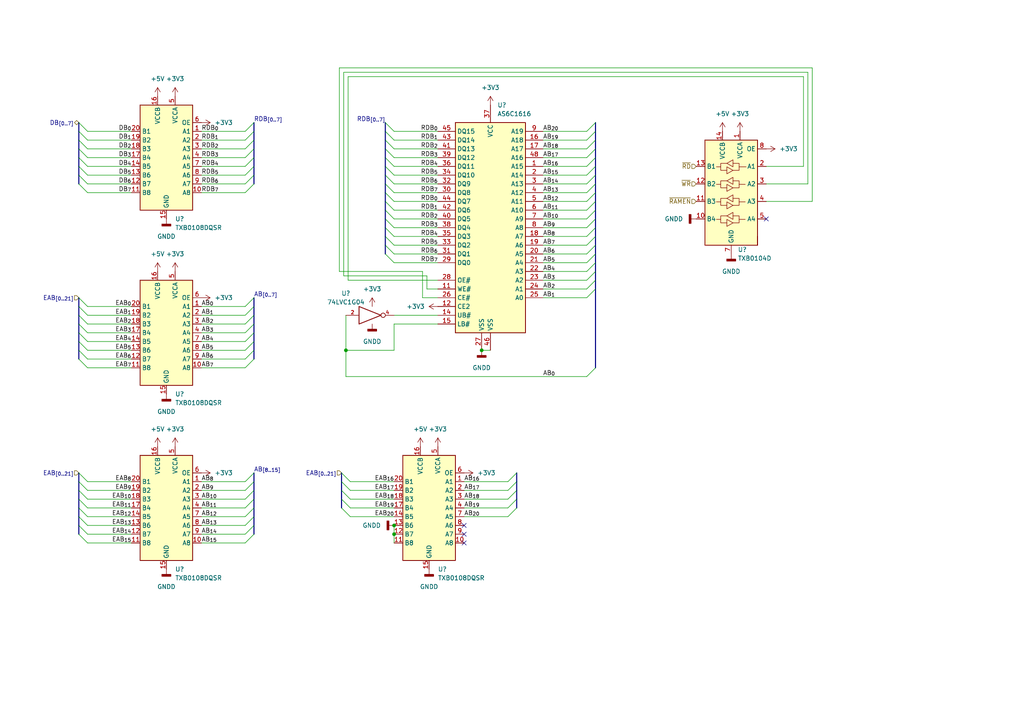
<source format=kicad_sch>
(kicad_sch (version 20211123) (generator eeschema)
  (paper "A4")
  (title_block (title "Z80 CPU INTERPOSER RAM") (date "2022-10-21") (rev "1030211022") (company "LISTOFOPTIONS"))
  (lib_symbols
    (symbol "74xGxx:74LVC1G04" (pin_names (offset 1.016))
      (property "Reference" "U" (at -2.54 3.81 0))
      (property "Value" "74LVC1G04" (at 0 -3.81 0))
      (symbol "74LVC1G04_0_1"
        (polyline (pts (xy -3.81 2.54) (xy -3.81 -2.54) (xy 2.54 0) (xy -3.81 2.54)) (stroke (width 0.254)))
      )
      (symbol "74LVC1G04_1_1"
        (pin input line (at -7.62 0 0) (length 3.81) (name "~") (number "2"))
        (pin power_in line (at 0 -2.54 270) (length 0) hide (name "GND") (number "3"))
        (pin output inverted (at 6.35 0 180) (length 3.81) (name "~") (number "4"))
        (pin power_in line (at 0 2.54 90) (length 0) hide (name "VCC") (number "5"))
      )
    )
    (symbol "Logic_LevelTranslator:TXB0104D"
      (property "Reference" "U" (at -6.35 16.51 0))
      (property "Value" "TXB0104D" (at 3.81 16.51 0))
      (symbol "TXB0104D_0_1"
        (rectangle (start -7.62 -15.24) (end -7.62 -12.7) (stroke (width 0.254)))
        (rectangle (start -7.62 15.24) (end 7.62 -15.24) (stroke (width 0.254)) (fill (type background)))
        (polyline (pts (xy -2.286 -7.747) (xy -2.286 -6.731) (xy -0.508 -6.731)))
        (polyline (pts (xy -2.286 -2.667) (xy -2.286 -1.651) (xy -0.508 -1.651)))
        (polyline (pts (xy -2.286 2.413) (xy -2.286 3.429) (xy -0.508 3.429)))
        (polyline (pts (xy -2.286 7.493) (xy -2.286 8.509) (xy -0.508 8.509)))
        (polyline (pts (xy 3.048 -7.747) (xy 3.048 -8.763) (xy 1.27 -8.763)))
        (polyline (pts (xy 3.048 -2.667) (xy 3.048 -3.683) (xy 1.27 -3.683)))
        (polyline (pts (xy 3.048 2.413) (xy 3.048 1.397) (xy 1.27 1.397)))
        (polyline (pts (xy 3.048 7.493) (xy 3.048 6.477) (xy 1.27 6.477)))
        (polyline (pts (xy -0.508 -8.763) (xy -2.286 -8.763) (xy -2.286 -7.747) (xy -4.064 -7.747)))
        (polyline (pts (xy -0.508 -8.763) (xy 1.27 -7.747) (xy 1.27 -9.779) (xy -0.508 -8.763)))
        (polyline (pts (xy -0.508 -3.683) (xy -2.286 -3.683) (xy -2.286 -2.667) (xy -4.064 -2.667)))
        (polyline (pts (xy -0.508 -3.683) (xy 1.27 -2.667) (xy 1.27 -4.699) (xy -0.508 -3.683)))
        (polyline (pts (xy -0.508 1.397) (xy -2.286 1.397) (xy -2.286 2.413) (xy -4.064 2.413)))
        (polyline (pts (xy -0.508 1.397) (xy 1.27 2.413) (xy 1.27 0.381) (xy -0.508 1.397)))
        (polyline (pts (xy -0.508 6.477) (xy -2.286 6.477) (xy -2.286 7.493) (xy -4.318 7.493)))
        (polyline (pts (xy -0.508 6.477) (xy 1.27 7.493) (xy 1.27 5.461) (xy -0.508 6.477)))
        (polyline (pts (xy 1.27 -6.731) (xy -0.508 -7.747) (xy -0.508 -5.715) (xy 1.27 -6.731)))
        (polyline (pts (xy 1.27 -6.731) (xy 3.048 -6.731) (xy 3.048 -7.747) (xy 4.318 -7.747)))
        (polyline (pts (xy 1.27 -1.651) (xy -0.508 -2.667) (xy -0.508 -0.635) (xy 1.27 -1.651)))
        (polyline (pts (xy 1.27 -1.651) (xy 3.048 -1.651) (xy 3.048 -2.667) (xy 4.318 -2.667)))
        (polyline (pts (xy 1.27 3.429) (xy -0.508 2.413) (xy -0.508 4.445) (xy 1.27 3.429)))
        (polyline (pts (xy 1.27 3.429) (xy 3.048 3.429) (xy 3.048 2.413) (xy 4.318 2.413)))
        (polyline (pts (xy 1.27 8.509) (xy -0.508 7.493) (xy -0.508 9.525) (xy 1.27 8.509)))
        (polyline (pts (xy 1.27 8.509) (xy 3.048 8.509) (xy 3.048 7.493) (xy 4.318 7.493)))
      )
      (symbol "TXB0104D_1_1"
        (pin power_in line (at -2.54 17.78 270) (length 2.54) (name "VCCA") (number "1"))
        (pin bidirectional line (at 10.16 -7.62 180) (length 2.54) (name "B4") (number "10"))
        (pin bidirectional line (at 10.16 -2.54 180) (length 2.54) (name "B3") (number "11"))
        (pin bidirectional line (at 10.16 2.54 180) (length 2.54) (name "B2") (number "12"))
        (pin bidirectional line (at 10.16 7.62 180) (length 2.54) (name "B1") (number "13"))
        (pin power_in line (at 2.54 17.78 270) (length 2.54) (name "VCCB") (number "14"))
        (pin bidirectional line (at -10.16 7.62 0) (length 2.54) (name "A1") (number "2"))
        (pin bidirectional line (at -10.16 2.54 0) (length 2.54) (name "A2") (number "3"))
        (pin bidirectional line (at -10.16 -2.54 0) (length 2.54) (name "A3") (number "4"))
        (pin bidirectional line (at -10.16 -7.62 0) (length 2.54) (name "A4") (number "5"))
        (pin no_connect line (at -10.16 -12.7 0) (length 2.54) hide (name "NC") (number "6"))
        (pin power_in line (at 0 -17.78 90) (length 2.54) (name "GND") (number "7"))
        (pin input line (at -10.16 12.7 0) (length 2.54) (name "OE") (number "8"))
        (pin no_connect line (at 10.16 -12.7 180) (length 2.54) hide (name "NC") (number "9"))
      )
    )
    (symbol "Logic_LevelTranslator:TXB0108DQSR"
      (property "Reference" "U" (at -6.35 16.51 0))
      (property "Value" "TXB0108DQSR" (at 3.81 16.51 0))
      (symbol "TXB0108DQSR_0_1"
        (rectangle (start -7.62 15.24) (end 7.62 -15.24) (stroke (width 0.254)) (fill (type background)))
      )
      (symbol "TXB0108DQSR_1_1"
        (pin bidirectional line (at -10.16 7.62 0) (length 2.54) (name "A1") (number "1"))
        (pin bidirectional line (at -10.16 -10.16 0) (length 2.54) (name "A8") (number "10"))
        (pin bidirectional line (at 10.16 -10.16 180) (length 2.54) (name "B8") (number "11"))
        (pin bidirectional line (at 10.16 -7.62 180) (length 2.54) (name "B7") (number "12"))
        (pin bidirectional line (at 10.16 -5.08 180) (length 2.54) (name "B6") (number "13"))
        (pin bidirectional line (at 10.16 -2.54 180) (length 2.54) (name "B5") (number "14"))
        (pin power_in line (at 0 -17.78 90) (length 2.54) (name "GND") (number "15"))
        (pin power_in line (at 2.54 17.78 270) (length 2.54) (name "VCCB") (number "16"))
        (pin bidirectional line (at 10.16 0 180) (length 2.54) (name "B4") (number "17"))
        (pin bidirectional line (at 10.16 2.54 180) (length 2.54) (name "B3") (number "18"))
        (pin bidirectional line (at 10.16 5.08 180) (length 2.54) (name "B2") (number "19"))
        (pin bidirectional line (at -10.16 5.08 0) (length 2.54) (name "A2") (number "2"))
        (pin bidirectional line (at 10.16 7.62 180) (length 2.54) (name "B1") (number "20"))
        (pin bidirectional line (at -10.16 2.54 0) (length 2.54) (name "A3") (number "3"))
        (pin bidirectional line (at -10.16 0 0) (length 2.54) (name "A4") (number "4"))
        (pin power_in line (at -2.54 17.78 270) (length 2.54) (name "VCCA") (number "5"))
        (pin input line (at -10.16 10.16 0) (length 2.54) (name "OE") (number "6"))
        (pin bidirectional line (at -10.16 -2.54 0) (length 2.54) (name "A5") (number "7"))
        (pin bidirectional line (at -10.16 -5.08 0) (length 2.54) (name "A6") (number "8"))
        (pin bidirectional line (at -10.16 -7.62 0) (length 2.54) (name "A7") (number "9"))
      )
    )
    (symbol "Memory_RAM:AS6C1616"
      (property "Reference" "U" (at -8.89 31.75 0))
      (property "Value" "AS6C1616" (at 6.35 -31.75 0))
      (symbol "AS6C1616_0_1"
        (rectangle (start -10.16 30.48) (end 10.16 -30.48) (stroke (width 0.254)) (fill (type background)))
      )
      (symbol "AS6C1616_1_1"
        (pin input line (at 15.24 17.78 180) (length 5.08) (name "A15") (number "1"))
        (pin no_connect line (at 10.16 -22.86 180) (length 0) hide (name "NC") (number "10"))
        (pin input line (at -15.24 -17.78 0) (length 5.08) (name "WE#") (number "11"))
        (pin input line (at -15.24 -22.86 0) (length 5.08) (name "CE2") (number "12"))
        (pin no_connect line (at 10.16 -25.4 180) (length 0) hide (name "NC") (number "13"))
        (pin input line (at -15.24 -25.4 0) (length 5.08) (name "UB#") (number "14"))
        (pin input line (at -15.24 -27.94 0) (length 5.08) (name "LB#") (number "15"))
        (pin input line (at 15.24 25.4 180) (length 5.08) (name "A18") (number "16"))
        (pin input line (at 15.24 22.86 180) (length 5.08) (name "A17") (number "17"))
        (pin input line (at 15.24 -2.54 180) (length 5.08) (name "A7") (number "18"))
        (pin input line (at 15.24 -5.08 180) (length 5.08) (name "A6") (number "19"))
        (pin input line (at 15.24 15.24 180) (length 5.08) (name "A14") (number "2"))
        (pin input line (at 15.24 -7.62 180) (length 5.08) (name "A5") (number "20"))
        (pin input line (at 15.24 -10.16 180) (length 5.08) (name "A4") (number "21"))
        (pin input line (at 15.24 -12.7 180) (length 5.08) (name "A3") (number "22"))
        (pin input line (at 15.24 -15.24 180) (length 5.08) (name "A2") (number "23"))
        (pin input line (at 15.24 -17.78 180) (length 5.08) (name "A1") (number "24"))
        (pin input line (at 15.24 -20.32 180) (length 5.08) (name "A0") (number "25"))
        (pin input line (at -15.24 -20.32 0) (length 5.08) (name "CE#") (number "26"))
        (pin power_in line (at -2.54 -35.56 90) (length 5.08) (name "VSS") (number "27"))
        (pin input line (at -15.24 -15.24 0) (length 5.08) (name "OE#") (number "28"))
        (pin bidirectional line (at -15.24 -10.16 0) (length 5.08) (name "DQ0") (number "29"))
        (pin input line (at 15.24 12.7 180) (length 5.08) (name "A13") (number "3"))
        (pin bidirectional line (at -15.24 10.16 0) (length 5.08) (name "DQ8") (number "30"))
        (pin bidirectional line (at -15.24 -7.62 0) (length 5.08) (name "DQ1") (number "31"))
        (pin bidirectional line (at -15.24 12.7 0) (length 5.08) (name "DQ9") (number "32"))
        (pin bidirectional line (at -15.24 -5.08 0) (length 5.08) (name "DQ2") (number "33"))
        (pin bidirectional line (at -15.24 15.24 0) (length 5.08) (name "DQ10") (number "34"))
        (pin bidirectional line (at -15.24 -2.54 0) (length 5.08) (name "DQ3") (number "35"))
        (pin bidirectional line (at -15.24 17.78 0) (length 5.08) (name "DQ11") (number "36"))
        (pin power_in line (at 0 35.56 270) (length 5.08) (name "VCC") (number "37"))
        (pin bidirectional line (at -15.24 0 0) (length 5.08) (name "DQ4") (number "38"))
        (pin bidirectional line (at -15.24 20.32 0) (length 5.08) (name "DQ12") (number "39"))
        (pin input line (at 15.24 10.16 180) (length 5.08) (name "A12") (number "4"))
        (pin bidirectional line (at -15.24 2.54 0) (length 5.08) (name "DQ5") (number "40"))
        (pin bidirectional line (at -15.24 22.86 0) (length 5.08) (name "DQ13") (number "41"))
        (pin bidirectional line (at -15.24 5.08 0) (length 5.08) (name "DQ6") (number "42"))
        (pin bidirectional line (at -15.24 25.4 0) (length 5.08) (name "DQ14") (number "43"))
        (pin bidirectional line (at -15.24 7.62 0) (length 5.08) (name "DQ7") (number "44"))
        (pin input line (at -15.24 27.94 0) (length 5.08) (name "DQ15") (number "45"))
        (pin power_in line (at 0 -35.56 90) (length 5.08) (name "VSS") (number "46"))
        (pin no_connect line (at 10.16 -27.94 180) (length 0) hide (name "NC") (number "47"))
        (pin input line (at 15.24 20.32 180) (length 5.08) (name "A16") (number "48"))
        (pin input line (at 15.24 7.62 180) (length 5.08) (name "A11") (number "5"))
        (pin input line (at 15.24 5.08 180) (length 5.08) (name "A10") (number "6"))
        (pin input line (at 15.24 2.54 180) (length 5.08) (name "A9") (number "7"))
        (pin input line (at 15.24 0 180) (length 5.08) (name "A8") (number "8"))
        (pin input line (at 15.24 27.94 180) (length 5.08) (name "A19") (number "9"))
      )
    )
    (symbol "power:+3V3" (power) (pin_names (offset 0))
      (property "Value" "+3V3" (at 0 3.556 0))
      (symbol "+3V3_0_1"
        (polyline (pts (xy -0.762 1.27) (xy 0 2.54)))
        (polyline (pts (xy 0 0) (xy 0 2.54)))
        (polyline (pts (xy 0 2.54) (xy 0.762 1.27)))
      )
      (symbol "+3V3_1_1"
        (pin power_in line (at 0 0 90) (length 0) hide (name "+3V3") (number "1"))
      )
    )
    (symbol "power:+5V" (power) (pin_names (offset 0))
      (property "Value" "+5V" (at 0 3.556 0))
      (symbol "+5V_0_1"
        (polyline (pts (xy -0.762 1.27) (xy 0 2.54)))
        (polyline (pts (xy 0 0) (xy 0 2.54)))
        (polyline (pts (xy 0 2.54) (xy 0.762 1.27)))
      )
      (symbol "+5V_1_1"
        (pin power_in line (at 0 0 90) (length 0) hide (name "+5V") (number "1"))
      )
    )
    (symbol "power:GNDD" (power) (pin_names (offset 0))
      (property "Value" "GNDD" (at 0 -3.175 0))
      (symbol "GNDD_0_1"
        (rectangle (start -1.27 -1.524) (end 1.27 -2.032) (stroke (width 0.254)) (fill (type outline)))
        (polyline (pts (xy 0 0) (xy 0 -1.524)))
      )
      (symbol "GNDD_1_1"
        (pin power_in line (at 0 0 270) (length 0) hide (name "GNDD") (number "1"))
      )
    )
  )
  (junction (at 114.3 154.94))
  (junction (at 100.33 101.6))
  (junction (at 139.7 101.6))
  (junction (at 114.3 152.4))
  (no_connect (at 222.25 63.5))
  (no_connect (at 134.62 154.94))
  (no_connect (at 134.62 157.48))
  (no_connect (at 134.62 152.4))
  (bus_entry (at 99.06 137.16) (size 2.54 2.54))
  (bus_entry (at 73.66 144.78) (size -2.54 2.54))
  (bus_entry (at 22.86 104.14) (size 2.54 2.54))
  (bus_entry (at 22.86 91.44) (size 2.54 2.54))
  (bus_entry (at 73.66 50.8) (size -2.54 2.54))
  (bus_entry (at 22.86 93.98) (size 2.54 2.54))
  (bus_entry (at 73.66 93.98) (size -2.54 2.54))
  (bus_entry (at 172.72 58.42) (size -2.54 2.54))
  (bus_entry (at 111.76 45.72) (size 2.54 2.54))
  (bus_entry (at 99.06 139.7) (size 2.54 2.54))
  (bus_entry (at 111.76 48.26) (size 2.54 2.54))
  (bus_entry (at 172.72 53.34) (size -2.54 2.54))
  (bus_entry (at 73.66 53.34) (size -2.54 2.54))
  (bus_entry (at 172.72 83.82) (size -2.54 2.54))
  (bus_entry (at 22.86 45.72) (size 2.54 2.54))
  (bus_entry (at 73.66 104.14) (size -2.54 2.54))
  (bus_entry (at 172.72 66.04) (size -2.54 2.54))
  (bus_entry (at 111.76 55.88) (size 2.54 2.54))
  (bus_entry (at 22.86 142.24) (size 2.54 2.54))
  (bus_entry (at 22.86 86.36) (size 2.54 2.54))
  (bus_entry (at 111.76 43.18) (size 2.54 2.54))
  (bus_entry (at 22.86 40.64) (size 2.54 2.54))
  (bus_entry (at 73.66 149.86) (size -2.54 2.54))
  (bus_entry (at 22.86 38.1) (size 2.54 2.54))
  (bus_entry (at 172.72 73.66) (size -2.54 2.54))
  (bus_entry (at 111.76 40.64) (size 2.54 2.54))
  (bus_entry (at 99.06 144.78) (size 2.54 2.54))
  (bus_entry (at 22.86 139.7) (size 2.54 2.54))
  (bus_entry (at 73.66 147.32) (size -2.54 2.54))
  (bus_entry (at 22.86 147.32) (size 2.54 2.54))
  (bus_entry (at 22.86 144.78) (size 2.54 2.54))
  (bus_entry (at 149.86 137.16) (size -2.54 2.54))
  (bus_entry (at 111.76 71.12) (size 2.54 2.54))
  (bus_entry (at 73.66 40.64) (size -2.54 2.54))
  (bus_entry (at 111.76 60.96) (size 2.54 2.54))
  (bus_entry (at 172.72 68.58) (size -2.54 2.54))
  (bus_entry (at 73.66 88.9) (size -2.54 2.54))
  (bus_entry (at 99.06 147.32) (size 2.54 2.54))
  (bus_entry (at 22.86 50.8) (size 2.54 2.54))
  (bus_entry (at 73.66 43.18) (size -2.54 2.54))
  (bus_entry (at 22.86 154.94) (size 2.54 2.54))
  (bus_entry (at 149.86 144.78) (size -2.54 2.54))
  (bus_entry (at 111.76 58.42) (size 2.54 2.54))
  (bus_entry (at 172.72 45.72) (size -2.54 2.54))
  (bus_entry (at 22.86 137.16) (size 2.54 2.54))
  (bus_entry (at 73.66 152.4) (size -2.54 2.54))
  (bus_entry (at 172.72 76.2) (size -2.54 2.54))
  (bus_entry (at 73.66 86.36) (size -2.54 2.54))
  (bus_entry (at 22.86 152.4) (size 2.54 2.54))
  (bus_entry (at 73.66 91.44) (size -2.54 2.54))
  (bus_entry (at 73.66 45.72) (size -2.54 2.54))
  (bus_entry (at 73.66 96.52) (size -2.54 2.54))
  (bus_entry (at 22.86 53.34) (size 2.54 2.54))
  (bus_entry (at 172.72 35.56) (size -2.54 2.54))
  (bus_entry (at 22.86 88.9) (size 2.54 2.54))
  (bus_entry (at 73.66 35.56) (size -2.54 2.54))
  (bus_entry (at 172.72 48.26) (size -2.54 2.54))
  (bus_entry (at 22.86 96.52) (size 2.54 2.54))
  (bus_entry (at 111.76 66.04) (size 2.54 2.54))
  (bus_entry (at 149.86 139.7) (size -2.54 2.54))
  (bus_entry (at 111.76 63.5) (size 2.54 2.54))
  (bus_entry (at 73.66 154.94) (size -2.54 2.54))
  (bus_entry (at 73.66 38.1) (size -2.54 2.54))
  (bus_entry (at 172.72 106.68) (size -2.54 2.54))
  (bus_entry (at 22.86 149.86) (size 2.54 2.54))
  (bus_entry (at 172.72 60.96) (size -2.54 2.54))
  (bus_entry (at 22.86 48.26) (size 2.54 2.54))
  (bus_entry (at 111.76 35.56) (size 2.54 2.54))
  (bus_entry (at 22.86 99.06) (size 2.54 2.54))
  (bus_entry (at 172.72 50.8) (size -2.54 2.54))
  (bus_entry (at 149.86 147.32) (size -2.54 2.54))
  (bus_entry (at 172.72 40.64) (size -2.54 2.54))
  (bus_entry (at 22.86 35.56) (size 2.54 2.54))
  (bus_entry (at 111.76 68.58) (size 2.54 2.54))
  (bus_entry (at 111.76 53.34) (size 2.54 2.54))
  (bus_entry (at 172.72 38.1) (size -2.54 2.54))
  (bus_entry (at 73.66 99.06) (size -2.54 2.54))
  (bus_entry (at 73.66 139.7) (size -2.54 2.54))
  (bus_entry (at 73.66 142.24) (size -2.54 2.54))
  (bus_entry (at 172.72 78.74) (size -2.54 2.54))
  (bus_entry (at 22.86 43.18) (size 2.54 2.54))
  (bus_entry (at 111.76 50.8) (size 2.54 2.54))
  (bus_entry (at 73.66 48.26) (size -2.54 2.54))
  (bus_entry (at 172.72 43.18) (size -2.54 2.54))
  (bus_entry (at 172.72 81.28) (size -2.54 2.54))
  (bus_entry (at 22.86 101.6) (size 2.54 2.54))
  (bus_entry (at 111.76 73.66) (size 2.54 2.54))
  (bus_entry (at 73.66 137.16) (size -2.54 2.54))
  (bus_entry (at 73.66 101.6) (size -2.54 2.54))
  (bus_entry (at 172.72 63.5) (size -2.54 2.54))
  (bus_entry (at 149.86 142.24) (size -2.54 2.54))
  (bus_entry (at 99.06 142.24) (size 2.54 2.54))
  (bus_entry (at 172.72 71.12) (size -2.54 2.54))
  (bus_entry (at 172.72 55.88) (size -2.54 2.54))
  (bus_entry (at 111.76 38.1) (size 2.54 2.54))
  (wire (pts (xy 170.18 81.28) (xy 157.48 81.28)))
  (wire (pts (xy 114.3 73.66) (xy 127 73.66)))
  (bus (pts (xy 22.86 91.44) (xy 22.86 93.98)))
  (bus (pts (xy 22.86 139.7) (xy 22.86 142.24)))
  (wire (pts (xy 25.4 91.44) (xy 38.1 91.44)))
  (bus (pts (xy 172.72 63.5) (xy 172.72 66.04)))
  (wire (pts (xy 170.18 68.58) (xy 157.48 68.58)))
  (bus (pts (xy 172.72 55.88) (xy 172.72 58.42)))
  (bus (pts (xy 172.72 68.58) (xy 172.72 71.12)))
  (bus (pts (xy 111.76 48.26) (xy 111.76 50.8)))
  (bus (pts (xy 22.86 101.6) (xy 22.86 104.14)))
  (bus (pts (xy 172.72 48.26) (xy 172.72 50.8)))
  (wire (pts (xy 114.3 45.72) (xy 127 45.72)))
  (bus (pts (xy 149.86 139.7) (xy 149.86 142.24)))
  (bus (pts (xy 73.66 144.78) (xy 73.66 147.32)))
  (wire (pts (xy 114.3 76.2) (xy 127 76.2)))
  (wire (pts (xy 71.12 43.18) (xy 58.42 43.18)))
  (bus (pts (xy 111.76 66.04) (xy 111.76 68.58)))
  (wire (pts (xy 25.4 101.6) (xy 38.1 101.6)))
  (wire (pts (xy 170.18 40.64) (xy 157.48 40.64)))
  (bus (pts (xy 172.72 76.2) (xy 172.72 78.74)))
  (bus (pts (xy 172.72 71.12) (xy 172.72 73.66)))
  (wire (pts (xy 222.25 58.42) (xy 235.585 58.42)))
  (wire (pts (xy 170.18 50.8) (xy 157.48 50.8)))
  (wire (pts (xy 71.12 139.7) (xy 58.42 139.7)))
  (bus (pts (xy 22.86 147.32) (xy 22.86 149.86)))
  (wire (pts (xy 123.825 80.01) (xy 99.695 80.01)))
  (wire (pts (xy 114.3 40.64) (xy 127 40.64)))
  (bus (pts (xy 111.76 38.1) (xy 111.76 40.64)))
  (wire (pts (xy 25.4 55.88) (xy 38.1 55.88)))
  (wire (pts (xy 170.18 58.42) (xy 157.48 58.42)))
  (wire (pts (xy 98.425 78.74) (xy 122.555 78.74)))
  (wire (pts (xy 233.045 48.26) (xy 233.045 22.225)))
  (bus (pts (xy 73.66 43.18) (xy 73.66 45.72)))
  (wire (pts (xy 101.6 139.7) (xy 114.3 139.7)))
  (wire (pts (xy 114.3 68.58) (xy 127 68.58)))
  (bus (pts (xy 172.72 66.04) (xy 172.72 68.58)))
  (wire (pts (xy 127 93.98) (xy 114.3 93.98)))
  (bus (pts (xy 22.86 88.9) (xy 22.86 91.44)))
  (wire (pts (xy 100.33 109.22) (xy 100.33 101.6)))
  (wire (pts (xy 71.12 93.98) (xy 58.42 93.98)))
  (wire (pts (xy 71.12 40.64) (xy 58.42 40.64)))
  (wire (pts (xy 170.18 86.36) (xy 157.48 86.36)))
  (wire (pts (xy 170.18 53.34) (xy 157.48 53.34)))
  (bus (pts (xy 111.76 63.5) (xy 111.76 66.04)))
  (bus (pts (xy 172.72 45.72) (xy 172.72 48.26)))
  (bus (pts (xy 22.86 43.18) (xy 22.86 45.72)))
  (wire (pts (xy 147.32 149.86) (xy 134.62 149.86)))
  (wire (pts (xy 147.32 139.7) (xy 134.62 139.7)))
  (wire (pts (xy 123.825 83.82) (xy 123.825 80.01)))
  (wire (pts (xy 114.3 154.94) (xy 114.3 157.48)))
  (bus (pts (xy 73.66 93.98) (xy 73.66 96.52)))
  (wire (pts (xy 147.32 147.32) (xy 134.62 147.32)))
  (wire (pts (xy 170.18 45.72) (xy 157.48 45.72)))
  (wire (pts (xy 25.4 106.68) (xy 38.1 106.68)))
  (wire (pts (xy 147.32 144.78) (xy 134.62 144.78)))
  (wire (pts (xy 114.3 53.34) (xy 127 53.34)))
  (wire (pts (xy 170.18 71.12) (xy 157.48 71.12)))
  (wire (pts (xy 100.965 81.28) (xy 127 81.28)))
  (wire (pts (xy 170.18 38.1) (xy 157.48 38.1)))
  (wire (pts (xy 71.12 152.4) (xy 58.42 152.4)))
  (bus (pts (xy 22.86 152.4) (xy 22.86 154.94)))
  (wire (pts (xy 114.3 60.96) (xy 127 60.96)))
  (bus (pts (xy 172.72 78.74) (xy 172.72 81.28)))
  (wire (pts (xy 101.6 147.32) (xy 114.3 147.32)))
  (bus (pts (xy 22.86 96.52) (xy 22.86 99.06)))
  (bus (pts (xy 22.86 144.78) (xy 22.86 147.32)))
  (wire (pts (xy 25.4 88.9) (xy 38.1 88.9)))
  (wire (pts (xy 222.25 48.26) (xy 233.045 48.26)))
  (bus (pts (xy 22.86 48.26) (xy 22.86 50.8)))
  (bus (pts (xy 73.66 35.56) (xy 73.66 38.1)))
  (bus (pts (xy 172.72 60.96) (xy 172.72 63.5)))
  (bus (pts (xy 172.72 43.18) (xy 172.72 45.72)))
  (wire (pts (xy 98.425 19.685) (xy 98.425 78.74)))
  (wire (pts (xy 170.18 66.04) (xy 157.48 66.04)))
  (wire (pts (xy 139.7 101.6) (xy 142.24 101.6)))
  (bus (pts (xy 73.66 38.1) (xy 73.66 40.64)))
  (wire (pts (xy 114.3 101.6) (xy 100.33 101.6)))
  (wire (pts (xy 114.3 55.88) (xy 127 55.88)))
  (wire (pts (xy 71.12 104.14) (xy 58.42 104.14)))
  (bus (pts (xy 73.66 48.26) (xy 73.66 50.8)))
  (bus (pts (xy 172.72 81.28) (xy 172.72 83.82)))
  (wire (pts (xy 114.3 63.5) (xy 127 63.5)))
  (wire (pts (xy 25.4 144.78) (xy 38.1 144.78)))
  (bus (pts (xy 22.86 149.86) (xy 22.86 152.4)))
  (bus (pts (xy 172.72 73.66) (xy 172.72 76.2)))
  (wire (pts (xy 71.12 55.88) (xy 58.42 55.88)))
  (wire (pts (xy 127 83.82) (xy 123.825 83.82)))
  (bus (pts (xy 73.66 91.44) (xy 73.66 93.98)))
  (bus (pts (xy 22.86 38.1) (xy 22.86 40.64)))
  (wire (pts (xy 114.3 43.18) (xy 127 43.18)))
  (wire (pts (xy 71.12 106.68) (xy 58.42 106.68)))
  (wire (pts (xy 25.4 48.26) (xy 38.1 48.26)))
  (bus (pts (xy 22.86 50.8) (xy 22.86 53.34)))
  (bus (pts (xy 172.72 40.64) (xy 172.72 43.18)))
  (wire (pts (xy 101.6 142.24) (xy 114.3 142.24)))
  (wire (pts (xy 71.12 99.06) (xy 58.42 99.06)))
  (bus (pts (xy 149.86 142.24) (xy 149.86 144.78)))
  (wire (pts (xy 71.12 154.94) (xy 58.42 154.94)))
  (wire (pts (xy 71.12 38.1) (xy 58.42 38.1)))
  (bus (pts (xy 22.86 40.64) (xy 22.86 43.18)))
  (wire (pts (xy 25.4 45.72) (xy 38.1 45.72)))
  (wire (pts (xy 170.18 55.88) (xy 157.48 55.88)))
  (wire (pts (xy 25.4 147.32) (xy 38.1 147.32)))
  (bus (pts (xy 111.76 45.72) (xy 111.76 48.26)))
  (bus (pts (xy 73.66 149.86) (xy 73.66 152.4)))
  (bus (pts (xy 172.72 50.8) (xy 172.72 53.34)))
  (bus (pts (xy 22.86 93.98) (xy 22.86 96.52)))
  (wire (pts (xy 114.3 71.12) (xy 127 71.12)))
  (wire (pts (xy 25.4 96.52) (xy 38.1 96.52)))
  (bus (pts (xy 73.66 45.72) (xy 73.66 48.26)))
  (wire (pts (xy 100.33 109.22) (xy 170.18 109.22)))
  (wire (pts (xy 170.18 48.26) (xy 157.48 48.26)))
  (wire (pts (xy 114.3 58.42) (xy 127 58.42)))
  (wire (pts (xy 114.3 38.1) (xy 127 38.1)))
  (bus (pts (xy 22.86 137.16) (xy 22.86 139.7)))
  (bus (pts (xy 111.76 71.12) (xy 111.76 73.66)))
  (wire (pts (xy 25.4 53.34) (xy 38.1 53.34)))
  (wire (pts (xy 170.18 76.2) (xy 157.48 76.2)))
  (wire (pts (xy 25.4 40.64) (xy 38.1 40.64)))
  (bus (pts (xy 111.76 58.42) (xy 111.76 60.96)))
  (wire (pts (xy 114.3 48.26) (xy 127 48.26)))
  (wire (pts (xy 170.18 83.82) (xy 157.48 83.82)))
  (wire (pts (xy 99.695 20.955) (xy 234.315 20.955)))
  (bus (pts (xy 111.76 50.8) (xy 111.76 53.34)))
  (wire (pts (xy 114.3 91.44) (xy 127 91.44)))
  (wire (pts (xy 100.33 101.6) (xy 100.33 91.44)))
  (bus (pts (xy 172.72 35.56) (xy 172.72 38.1)))
  (wire (pts (xy 71.12 45.72) (xy 58.42 45.72)))
  (bus (pts (xy 73.66 86.36) (xy 73.66 88.9)))
  (bus (pts (xy 99.06 144.78) (xy 99.06 147.32)))
  (bus (pts (xy 73.66 96.52) (xy 73.66 99.06)))
  (wire (pts (xy 25.4 93.98) (xy 38.1 93.98)))
  (bus (pts (xy 111.76 35.56) (xy 111.76 38.1)))
  (bus (pts (xy 172.72 58.42) (xy 172.72 60.96)))
  (wire (pts (xy 25.4 43.18) (xy 38.1 43.18)))
  (bus (pts (xy 172.72 83.82) (xy 172.72 106.68)))
  (bus (pts (xy 99.06 137.16) (xy 99.06 139.7)))
  (wire (pts (xy 71.12 144.78) (xy 58.42 144.78)))
  (wire (pts (xy 71.12 96.52) (xy 58.42 96.52)))
  (wire (pts (xy 25.4 38.1) (xy 38.1 38.1)))
  (wire (pts (xy 100.965 22.225) (xy 100.965 81.28)))
  (bus (pts (xy 73.66 99.06) (xy 73.66 101.6)))
  (bus (pts (xy 99.06 142.24) (xy 99.06 144.78)))
  (wire (pts (xy 170.18 43.18) (xy 157.48 43.18)))
  (wire (pts (xy 25.4 154.94) (xy 38.1 154.94)))
  (bus (pts (xy 73.66 139.7) (xy 73.66 142.24)))
  (wire (pts (xy 71.12 149.86) (xy 58.42 149.86)))
  (wire (pts (xy 71.12 88.9) (xy 58.42 88.9)))
  (wire (pts (xy 170.18 63.5) (xy 157.48 63.5)))
  (bus (pts (xy 22.86 45.72) (xy 22.86 48.26)))
  (wire (pts (xy 122.555 86.36) (xy 127 86.36)))
  (wire (pts (xy 233.045 22.225) (xy 100.965 22.225)))
  (bus (pts (xy 111.76 40.64) (xy 111.76 43.18)))
  (wire (pts (xy 235.585 58.42) (xy 235.585 19.685)))
  (bus (pts (xy 73.66 101.6) (xy 73.66 104.14)))
  (bus (pts (xy 149.86 137.16) (xy 149.86 139.7)))
  (wire (pts (xy 71.12 157.48) (xy 58.42 157.48)))
  (bus (pts (xy 111.76 43.18) (xy 111.76 45.72)))
  (wire (pts (xy 101.6 149.86) (xy 114.3 149.86)))
  (wire (pts (xy 234.315 53.34) (xy 222.25 53.34)))
  (wire (pts (xy 234.315 20.955) (xy 234.315 53.34)))
  (wire (pts (xy 170.18 73.66) (xy 157.48 73.66)))
  (bus (pts (xy 111.76 68.58) (xy 111.76 71.12)))
  (bus (pts (xy 73.66 142.24) (xy 73.66 144.78)))
  (bus (pts (xy 73.66 40.64) (xy 73.66 43.18)))
  (wire (pts (xy 114.3 93.98) (xy 114.3 101.6)))
  (bus (pts (xy 172.72 38.1) (xy 172.72 40.64)))
  (wire (pts (xy 71.12 142.24) (xy 58.42 142.24)))
  (bus (pts (xy 111.76 60.96) (xy 111.76 63.5)))
  (wire (pts (xy 25.4 50.8) (xy 38.1 50.8)))
  (bus (pts (xy 99.06 139.7) (xy 99.06 142.24)))
  (bus (pts (xy 22.86 35.56) (xy 22.86 38.1)))
  (bus (pts (xy 111.76 53.34) (xy 111.76 55.88)))
  (bus (pts (xy 73.66 50.8) (xy 73.66 53.34)))
  (wire (pts (xy 25.4 104.14) (xy 38.1 104.14)))
  (bus (pts (xy 73.66 152.4) (xy 73.66 154.94)))
  (bus (pts (xy 73.66 88.9) (xy 73.66 91.44)))
  (wire (pts (xy 114.3 152.4) (xy 114.3 154.94)))
  (wire (pts (xy 25.4 157.48) (xy 38.1 157.48)))
  (wire (pts (xy 71.12 91.44) (xy 58.42 91.44)))
  (wire (pts (xy 71.12 50.8) (xy 58.42 50.8)))
  (wire (pts (xy 147.32 142.24) (xy 134.62 142.24)))
  (bus (pts (xy 172.72 53.34) (xy 172.72 55.88)))
  (wire (pts (xy 170.18 78.74) (xy 157.48 78.74)))
  (wire (pts (xy 71.12 101.6) (xy 58.42 101.6)))
  (bus (pts (xy 22.86 142.24) (xy 22.86 144.78)))
  (bus (pts (xy 22.86 99.06) (xy 22.86 101.6)))
  (wire (pts (xy 71.12 53.34) (xy 58.42 53.34)))
  (wire (pts (xy 25.4 149.86) (xy 38.1 149.86)))
  (wire (pts (xy 101.6 144.78) (xy 114.3 144.78)))
  (wire (pts (xy 25.4 152.4) (xy 38.1 152.4)))
  (bus (pts (xy 73.66 137.16) (xy 73.66 139.7)))
  (wire (pts (xy 114.3 66.04) (xy 127 66.04)))
  (wire (pts (xy 114.3 50.8) (xy 127 50.8)))
  (wire (pts (xy 170.18 60.96) (xy 157.48 60.96)))
  (wire (pts (xy 122.555 78.74) (xy 122.555 86.36)))
  (wire (pts (xy 99.695 80.01) (xy 99.695 20.955)))
  (bus (pts (xy 22.86 86.36) (xy 22.86 88.9)))
  (wire (pts (xy 71.12 147.32) (xy 58.42 147.32)))
  (bus (pts (xy 149.86 144.78) (xy 149.86 147.32)))
  (wire (pts (xy 25.4 142.24) (xy 38.1 142.24)))
  (wire (pts (xy 235.585 19.685) (xy 98.425 19.685)))
  (bus (pts (xy 73.66 147.32) (xy 73.66 149.86)))
  (wire (pts (xy 25.4 139.7) (xy 38.1 139.7)))
  (wire (pts (xy 71.12 48.26) (xy 58.42 48.26)))
  (bus (pts (xy 111.76 55.88) (xy 111.76 58.42)))
  (wire (pts (xy 25.4 99.06) (xy 38.1 99.06)))
  (label "AB_{19}" (at 157.48 40.64 0))
  (label "AB_{1}" (at 58.42 91.44 0))
  (label "RDB_{3}" (at 127 45.72 180))
  (label "EAB_{17}" (at 114.3 142.24 180))
  (label "RDB_{3}" (at 127 66.04 180))
  (label "DB_{5}" (at 38.1 50.8 180))
  (label "DB_{7}" (at 38.1 55.88 180))
  (label "EAB_{16}" (at 114.3 139.7 180))
  (label "AB_{17}" (at 134.62 142.24 0))
  (label "AB_{[0..7]}" (at 73.66 86.36 0))
  (label "EAB_{4}" (at 38.1 99.06 180))
  (label "AB_{18}" (at 134.62 144.78 0))
  (label "AB_{9}" (at 157.48 66.04 0))
  (label "AB_{16}" (at 134.62 139.7 0))
  (label "RDB_{5}" (at 58.42 50.8 0))
  (label "EAB_{11}" (at 38.1 147.32 180))
  (label "DB_{0}" (at 38.1 38.1 180))
  (label "RDB_{0}" (at 127 58.42 180))
  (label "RDB_{4}" (at 127 48.26 180))
  (label "EAB_{0}" (at 38.1 88.9 180))
  (label "RDB_{0}" (at 58.42 38.1 0))
  (label "RDB_{4}" (at 58.42 48.26 0))
  (label "AB_{7}" (at 157.48 71.12 0))
  (label "AB_{0}" (at 157.48 109.22 0))
  (label "RDB_{6}" (at 127 73.66 180))
  (label "EAB_{18}" (at 114.3 144.78 180))
  (label "AB_{2}" (at 157.48 83.82 0))
  (label "RDB_{2}" (at 127 63.5 180))
  (label "AB_{12}" (at 157.48 58.42 0))
  (label "RDB_{1}" (at 58.42 40.64 0))
  (label "AB_{1}" (at 157.48 86.36 0))
  (label "AB_{[8..15]}" (at 73.66 137.16 0))
  (label "EAB_{14}" (at 38.1 154.94 180))
  (label "AB_{6}" (at 58.42 104.14 0))
  (label "AB_{6}" (at 157.48 73.66 0))
  (label "EAB_{1}" (at 38.1 91.44 180))
  (label "AB_{13}" (at 157.48 55.88 0))
  (label "AB_{0}" (at 58.42 88.9 0))
  (label "DB_{6}" (at 38.1 53.34 180))
  (label "EAB_{6}" (at 38.1 104.14 180))
  (label "RDB_{6}" (at 58.42 53.34 0))
  (label "EAB_{9}" (at 38.1 142.24 180))
  (label "AB_{15}" (at 157.48 50.8 0))
  (label "AB_{15}" (at 58.42 157.48 0))
  (label "RDB_{1}" (at 127 60.96 180))
  (label "EAB_{13}" (at 38.1 152.4 180))
  (label "EAB_{5}" (at 38.1 101.6 180))
  (label "AB_{7}" (at 58.42 106.68 0))
  (label "RDB_{[0..7]}" (at 73.66 35.56 0))
  (label "EAB_{3}" (at 38.1 96.52 180))
  (label "EAB_{20}" (at 114.3 149.86 180))
  (label "EAB_{10}" (at 38.1 144.78 180))
  (label "AB_{2}" (at 58.42 93.98 0))
  (label "AB_{11}" (at 58.42 147.32 0))
  (label "AB_{19}" (at 134.62 147.32 0))
  (label "AB_{14}" (at 58.42 154.94 0))
  (label "AB_{12}" (at 58.42 149.86 0))
  (label "DB_{4}" (at 38.1 48.26 180))
  (label "RDB_{5}" (at 127 71.12 180))
  (label "RDB_{0}" (at 127 38.1 180))
  (label "AB_{9}" (at 58.42 142.24 0))
  (label "EAB_{12}" (at 38.1 149.86 180))
  (label "AB_{5}" (at 58.42 101.6 0))
  (label "EAB_{19}" (at 114.3 147.32 180))
  (label "RDB_{1}" (at 127 40.64 180))
  (label "RDB_{7}" (at 58.42 55.88 0))
  (label "DB_{2}" (at 38.1 43.18 180))
  (label "AB_{14}" (at 157.48 53.34 0))
  (label "EAB_{2}" (at 38.1 93.98 180))
  (label "DB_{1}" (at 38.1 40.64 180))
  (label "AB_{5}" (at 157.48 76.2 0))
  (label "RDB_{[0..7]}" (at 111.76 35.56 180))
  (label "AB_{18}" (at 157.48 43.18 0))
  (label "AB_{13}" (at 58.42 152.4 0))
  (label "RDB_{4}" (at 127 68.58 180))
  (label "AB_{20}" (at 134.62 149.86 0))
  (label "RDB_{2}" (at 58.42 43.18 0))
  (label "RDB_{7}" (at 127 55.88 180))
  (label "AB_{16}" (at 157.48 48.26 0))
  (label "DB_{3}" (at 38.1 45.72 180))
  (label "RDB_{6}" (at 127 53.34 180))
  (label "EAB_{15}" (at 38.1 157.48 180))
  (label "AB_{4}" (at 157.48 78.74 0))
  (label "EAB_{7}" (at 38.1 106.68 180))
  (label "AB_{10}" (at 157.48 63.5 0))
  (label "AB_{11}" (at 157.48 60.96 0))
  (label "RDB_{5}" (at 127 50.8 180))
  (label "AB_{4}" (at 58.42 99.06 0))
  (label "RDB_{3}" (at 58.42 45.72 0))
  (label "AB_{8}" (at 157.48 68.58 0))
  (label "AB_{3}" (at 157.48 81.28 0))
  (label "AB_{3}" (at 58.42 96.52 0))
  (label "AB_{8}" (at 58.42 139.7 0))
  (label "EAB_{8}" (at 38.1 139.7 180))
  (label "RDB_{7}" (at 127 76.2 180))
  (label "RDB_{2}" (at 127 43.18 180))
  (label "AB_{17}" (at 157.48 45.72 0))
  (label "AB_{20}" (at 157.48 38.1 0))
  (label "AB_{10}" (at 58.42 144.78 0))
  (hierarchical_label "EAB_{[0..21]}" (shape input) (at 22.86 86.36 180))
  (hierarchical_label "~{RD}" (shape input) (at 201.93 48.26 180))
  (hierarchical_label "EAB_{[0..21]}" (shape input) (at 99.06 137.16 180))
  (hierarchical_label "DB_{[0..7]}" (shape bidirectional) (at 22.86 35.56 180))
  (hierarchical_label "~{RAMEN}" (shape input) (at 201.93 58.42 180))
  (hierarchical_label "~{WR}" (shape input) (at 201.93 53.34 180))
  (hierarchical_label "EAB_{[0..21]}" (shape input) (at 22.86 137.16 180))
  (symbol (lib_id "power:+5V") (at 45.72 27.94 0) (unit 1)
    (property "Reference" "#PWR?" (effects hide))
    (property "Value" "+5V" (at 45.72 22.86 0))
  )
  (symbol (lib_id "power:+5V") (at 209.55 38.1 0) (unit 1)
    (property "Reference" "#PWR?" (effects hide))
    (property "Value" "+5V" (at 209.55 33.02 0))
  )
  (symbol (lib_id "power:+3V3") (at 142.24 30.48 0) (unit 1)
    (property "Reference" "#PWR?" (effects hide))
    (property "Value" "+3V3" (at 142.24 25.4 0))
  )
  (symbol (lib_id "power:+3V3") (at 50.8 27.94 0) (unit 1)
    (property "Reference" "#PWR?" (effects hide))
    (property "Value" "+3V3" (at 50.8 22.86 0))
  )
  (symbol (lib_id "power:GNDD") (at 114.3 152.4 270) (unit 1)
    (property "Reference" "#PWR?" (effects hide))
    (property "Value" "GNDD" (at 110.49 152.3999 90) (effects (justify right)))
  )
  (symbol (lib_id "power:+3V3") (at 58.42 86.36 270) (unit 1)
    (property "Reference" "#PWR?" (effects hide))
    (property "Value" "+3V3" (at 62.23 86.3599 90) (effects (justify left)))
  )
  (symbol (lib_id "74xGxx:74LVC1G04") (at 107.95 91.44 0) (unit 1)
    (property "Reference" "U?" (at 100.33 85.09 0))
    (property "Value" "74LVC1G04" (at 100.33 87.63 0))
    (property "Datasheet" "http://www.ti.com/lit/sg/scyt129e/scyt129e.pdf" (effects hide))
  )
  (symbol (lib_id "power:+3V3") (at 50.8 78.74 0) (unit 1)
    (property "Reference" "#PWR?" (effects hide))
    (property "Value" "+3V3" (at 50.8 73.66 0))
  )
  (symbol (lib_id "power:+3V3") (at 127 88.9 90) (unit 1)
    (property "Reference" "#PWR?" (effects hide))
    (property "Value" "+3V3" (at 123.19 88.8999 90) (effects (justify left)))
  )
  (symbol (lib_id "power:+5V") (at 45.72 129.54 0) (unit 1)
    (property "Reference" "#PWR?" (effects hide))
    (property "Value" "+5V" (at 45.72 124.46 0))
  )
  (symbol (lib_id "power:GNDD") (at 201.93 63.5 270) (unit 1)
    (property "Reference" "#PWR?" (effects hide))
    (property "Value" "GNDD" (at 198.12 63.4999 90) (effects (justify right)))
  )
  (symbol (lib_id "power:+3V3") (at 50.8 129.54 0) (unit 1)
    (property "Reference" "#PWR?" (effects hide))
    (property "Value" "+3V3" (at 50.8 124.46 0))
  )
  (symbol (lib_id "power:+5V") (at 121.92 129.54 0) (unit 1)
    (property "Reference" "#PWR?" (effects hide))
    (property "Value" "+5V" (at 121.92 124.46 0))
  )
  (symbol (lib_id "Logic_LevelTranslator:TXB0108DQSR") (at 48.26 45.72 0) (mirror y) (unit 1)
    (property "Reference" "U?" (at 50.8 63.5 0) (effects (justify right)))
    (property "Value" "TXB0108DQSR" (at 50.8 66.04 0) (effects (justify right)))
    (property "Footprint" "Package_SON:USON-20_2x4mm_P0.4mm" (effects hide))
    (property "Datasheet" "http://www.ti.com/lit/ds/symlink/txb0108.pdf" (effects hide))
  )
  (symbol (lib_id "power:GNDD") (at 124.46 165.1 0) (unit 1)
    (property "Reference" "#PWR?" (effects hide))
    (property "Value" "GNDD" (at 124.46 170.18 0))
  )
  (symbol (lib_id "Memory_RAM:AS6C1616") (at 142.24 66.04 0) (unit 1)
    (property "Reference" "U?" (at 144.2594 30.48 0) (effects (justify left)))
    (property "Value" "AS6C1616" (at 144.2594 33.02 0) (effects (justify left)))
    (property "Footprint" "Package_SO:TSOP-I-48_18.4x12mm_P0.5mm" (effects hide))
    (property "Datasheet" "https://www.alliancememory.com/wp-content/uploads/pdf/AS6C1616-TSOPI.pdf" (effects hide))
  )
  (symbol (lib_id "power:+3V3") (at 222.25 43.18 270) (unit 1)
    (property "Reference" "#PWR?" (effects hide))
    (property "Value" "+3V3" (at 226.06 43.1799 90) (effects (justify left)))
  )
  (symbol (lib_id "power:+3V3") (at 134.62 137.16 270) (unit 1)
    (property "Reference" "#PWR?" (effects hide))
    (property "Value" "+3V3" (at 138.43 137.1599 90) (effects (justify left)))
  )
  (symbol (lib_id "power:GNDD") (at 212.09 73.66 0) (unit 1)
    (property "Reference" "#PWR?" (effects hide))
    (property "Value" "GNDD" (at 212.09 78.74 0))
  )
  (symbol (lib_id "Logic_LevelTranslator:TXB0104D") (at 212.09 55.88 0) (mirror y) (unit 1)
    (property "Reference" "U?" (at 213.995 72.39 0) (effects (justify right)))
    (property "Value" "TXB0104D" (at 213.995 74.93 0) (effects (justify right)))
    (property "Footprint" "Package_SO:SOIC-14_3.9x8.7mm_P1.27mm" (effects hide))
    (property "Datasheet" "http://www.ti.com/lit/ds/symlink/txb0104.pdf" (effects hide))
  )
  (symbol (lib_id "power:+3V3") (at 107.95 88.9 0) (unit 1)
    (property "Reference" "#PWR?" (effects hide))
    (property "Value" "+3V3" (at 107.95 83.82 0))
  )
  (symbol (lib_id "power:+3V3") (at 58.42 35.56 270) (unit 1)
    (property "Reference" "#PWR?" (effects hide))
    (property "Value" "+3V3" (at 62.23 35.5599 90) (effects (justify left)))
  )
  (symbol (lib_id "Logic_LevelTranslator:TXB0108DQSR") (at 48.26 147.32 0) (mirror y) (unit 1)
    (property "Reference" "U?" (at 50.8 165.1 0) (effects (justify right)))
    (property "Value" "TXB0108DQSR" (at 50.8 167.64 0) (effects (justify right)))
    (property "Footprint" "Package_SON:USON-20_2x4mm_P0.4mm" (effects hide))
    (property "Datasheet" "http://www.ti.com/lit/ds/symlink/txb0108.pdf" (effects hide))
  )
  (symbol (lib_id "power:GNDD") (at 48.26 63.5 0) (unit 1)
    (property "Reference" "#PWR?" (effects hide))
    (property "Value" "GNDD" (at 48.26 68.58 0))
  )
  (symbol (lib_id "power:GNDD") (at 107.95 93.98 0) (unit 1)
    (property "Reference" "#PWR?" (effects hide))
    (property "Value" "GNDD" (at 107.95 99.06 0))
  )
  (symbol (lib_id "power:+3V3") (at 127 129.54 0) (unit 1)
    (property "Reference" "#PWR?" (effects hide))
    (property "Value" "+3V3" (at 127 124.46 0))
  )
  (symbol (lib_id "power:+5V") (at 45.72 78.74 0) (unit 1)
    (property "Reference" "#PWR?" (effects hide))
    (property "Value" "+5V" (at 45.72 73.66 0))
  )
  (symbol (lib_id "power:GNDD") (at 139.7 101.6 0) (unit 1)
    (property "Reference" "#PWR?" (effects hide))
    (property "Value" "GNDD" (at 139.7 106.68 0))
  )
  (symbol (lib_id "Logic_LevelTranslator:TXB0108DQSR") (at 124.46 147.32 0) (mirror y) (unit 1)
    (property "Reference" "U?" (at 127 165.1 0) (effects (justify right)))
    (property "Value" "TXB0108DQSR" (at 127 167.64 0) (effects (justify right)))
    (property "Footprint" "Package_SON:USON-20_2x4mm_P0.4mm" (effects hide))
    (property "Datasheet" "http://www.ti.com/lit/ds/symlink/txb0108.pdf" (effects hide))
  )
  (symbol (lib_id "power:+3V3") (at 58.42 137.16 270) (unit 1)
    (property "Reference" "#PWR?" (effects hide))
    (property "Value" "+3V3" (at 62.23 137.1599 90) (effects (justify left)))
  )
  (symbol (lib_id "power:GNDD") (at 48.26 165.1 0) (unit 1)
    (property "Reference" "#PWR?" (effects hide))
    (property "Value" "GNDD" (at 48.26 170.18 0))
  )
  (symbol (lib_id "power:+3V3") (at 214.63 38.1 0) (unit 1)
    (property "Reference" "#PWR?" (effects hide))
    (property "Value" "+3V3" (at 214.63 33.02 0))
  )
  (symbol (lib_id "power:GNDD") (at 48.26 114.3 0) (unit 1)
    (property "Reference" "#PWR?" (effects hide))
    (property "Value" "GNDD" (at 48.26 119.38 0))
  )
  (symbol (lib_id "Logic_LevelTranslator:TXB0108DQSR") (at 48.26 96.52 0) (mirror y) (unit 1)
    (property "Reference" "U?" (at 50.8 114.3 0) (effects (justify right)))
    (property "Value" "TXB0108DQSR" (at 50.8 116.84 0) (effects (justify right)))
    (property "Footprint" "Package_SON:USON-20_2x4mm_P0.4mm" (effects hide))
    (property "Datasheet" "http://www.ti.com/lit/ds/symlink/txb0108.pdf" (effects hide))
  )
)
</source>
